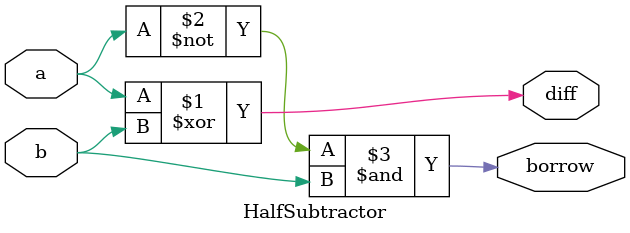
<source format=v>
module HalfSubtractor(a,b,diff, borrow);
  
  input a, b;
  output diff, borrow;
  
  assign diff = a^b;
  assign borrow = ~a&b;
endmodule
</source>
